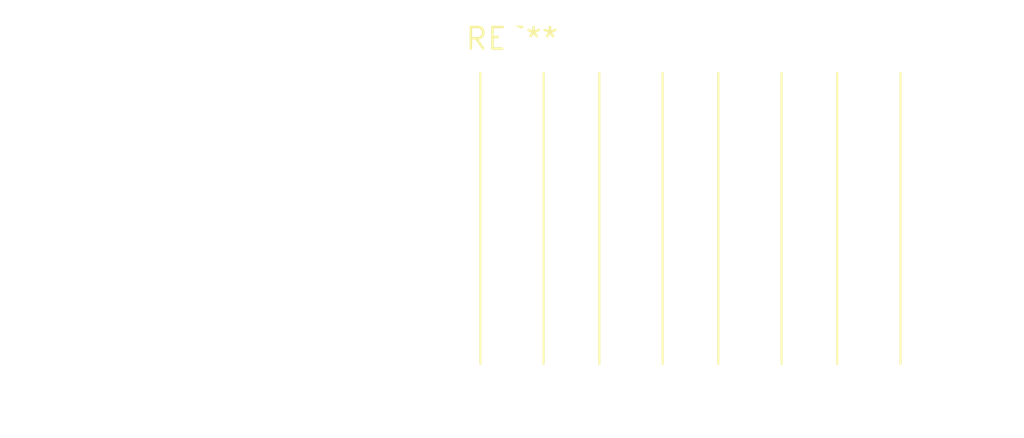
<source format=kicad_pcb>
(kicad_pcb (version 20240108) (generator pcbnew)
  (layers (0 "F.Cu" signal) (31 "B.Cu" signal) (34 "B.Paste" user) (35 "F.Paste" user) (36 "B.SilkS" user "B.Silkscreen") (37 "F.SilkS" user "F.Silkscreen") (38 "B.Mask" user) (39 "F.Mask" user) (44 "Edge.Cuts" user))
  (net 0 "")
  (footprint "SolderWire-0.75sqmm_1x04_P7mm_D1.25mm_OD3.5mm_Relief" (layer "F.Cu") (at 0 0)
    (property "Reference" "REF**")
    (property "Value" "SolderWire-0.75sqmm_1x04_P7mm_D1.25mm_OD3.5mm_Relief")
    (fp_line (start -1.86 2.01) (end -1.86 19.14) (layer "F.SilkS") (stroke (width 0.12)))
    (fp_line (start 1.86 2.01) (end 1.86 19.14) (layer "F.SilkS") (stroke (width 0.12)))
    (fp_line (start 5.14 2.01) (end 5.14 19.14) (layer "F.SilkS") (stroke (width 0.12)))
    (fp_line (start 8.86 2.01) (end 8.86 19.14) (layer "F.SilkS") (stroke (width 0.12)))
    (fp_line (start 12.14 2.01) (end 12.14 19.14) (layer "F.SilkS") (stroke (width 0.12)))
    (fp_line (start 15.86 2.01) (end 15.86 19.14) (layer "F.SilkS") (stroke (width 0.12)))
    (fp_line (start 19.14 2.01) (end 19.14 19.14) (layer "F.SilkS") (stroke (width 0.12)))
    (fp_line (start 22.86 2.01) (end 22.86 19.14) (layer "F.SilkS") (stroke (width 0.12)))
    (pad "" np_thru_hole circle (at 0 21) (size 4 4) (drill 4) (layers *.Cu *.Mask))
    (pad "" np_thru_hole circle (at 7 21) (size 4 4) (drill 4) (layers *.Cu *.Mask))
    (pad "" np_thru_hole circle (at 14 21) (size 4 4) (drill 4) (layers *.Cu *.Mask))
    (pad "" np_thru_hole circle (at 21 21) (size 4 4) (drill 4) (layers *.Cu *.Mask))
    (pad "1" thru_hole roundrect (at 0 0) (size 3.5 3.5) (drill 1.55) (layers *.Cu *.Mask) (remove_unused_layers) (roundrect_rratio 0.071429))
    (pad "2" thru_hole circle (at 7 0) (size 3.5 3.5) (drill 1.55) (layers *.Cu *.Mask) (remove_unused_layers))
    (pad "3" thru_hole circle (at 14 0) (size 3.5 3.5) (drill 1.55) (layers *.Cu *.Mask) (remove_unused_layers))
    (pad "4" thru_hole circle (at 21 0) (size 3.5 3.5) (drill 1.55) (layers *.Cu *.Mask) (remove_unused_layers))
  )
)
</source>
